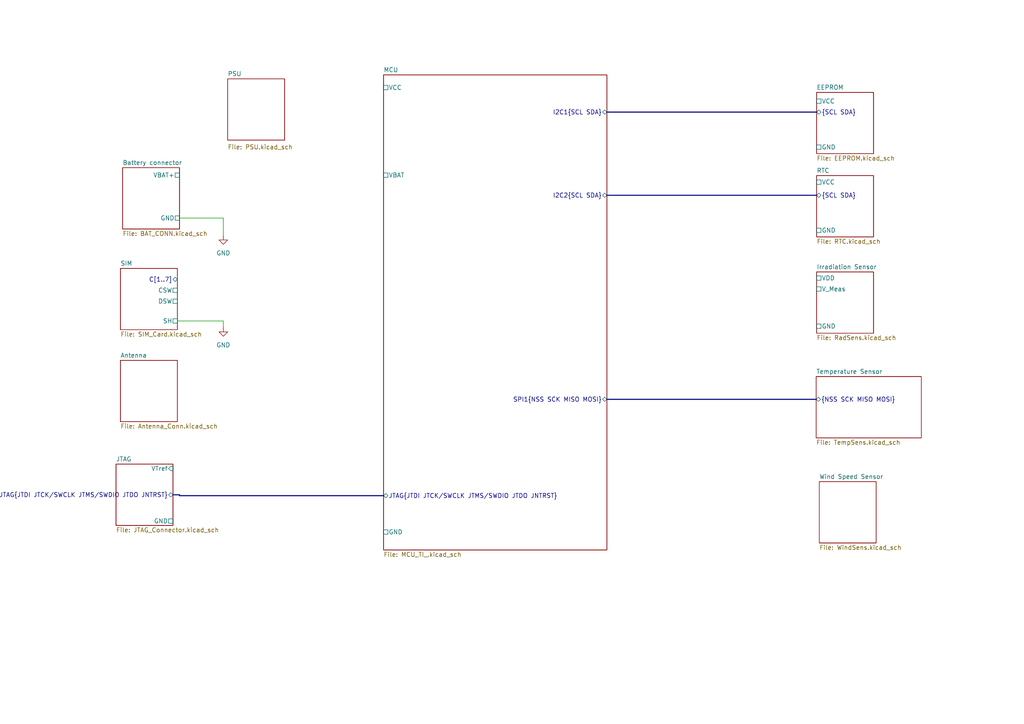
<source format=kicad_sch>
(kicad_sch (version 20230121) (generator eeschema)

  (uuid b43fc418-fc2e-45fe-88c6-05be9d7ccc47)

  (paper "A4")

  (title_block
    (title "NB IoT Wheather Station")
    (date "2024-04-03")
    (rev "0.1")
    (company "Németh Péter Bence")
    (comment 1 "Kandó Kálmán Villamosmérnöki Kar")
    (comment 2 "Óbudai Egyetem")
  )

  (lib_symbols
    (symbol "power:GND" (power) (pin_names (offset 0)) (in_bom yes) (on_board yes)
      (property "Reference" "#PWR" (at 0 -6.35 0)
        (effects (font (size 1.27 1.27)) hide)
      )
      (property "Value" "GND" (at 0 -3.81 0)
        (effects (font (size 1.27 1.27)))
      )
      (property "Footprint" "" (at 0 0 0)
        (effects (font (size 1.27 1.27)) hide)
      )
      (property "Datasheet" "" (at 0 0 0)
        (effects (font (size 1.27 1.27)) hide)
      )
      (property "ki_keywords" "global power" (at 0 0 0)
        (effects (font (size 1.27 1.27)) hide)
      )
      (property "ki_description" "Power symbol creates a global label with name \"GND\" , ground" (at 0 0 0)
        (effects (font (size 1.27 1.27)) hide)
      )
      (symbol "GND_0_1"
        (polyline
          (pts
            (xy 0 0)
            (xy 0 -1.27)
            (xy 1.27 -1.27)
            (xy 0 -2.54)
            (xy -1.27 -1.27)
            (xy 0 -1.27)
          )
          (stroke (width 0) (type default))
          (fill (type none))
        )
      )
      (symbol "GND_1_1"
        (pin power_in line (at 0 0 270) (length 0) hide
          (name "GND" (effects (font (size 1.27 1.27))))
          (number "1" (effects (font (size 1.27 1.27))))
        )
      )
    )
  )


  (bus (pts (xy 50.165 143.51) (xy 52.07 143.51))
    (stroke (width 0) (type default))
    (uuid 03e397ef-a9c2-416e-acb3-7b290a400142)
  )
  (bus (pts (xy 176.022 56.642) (xy 236.855 56.642))
    (stroke (width 0) (type default))
    (uuid 1024b8c9-e91a-415a-8707-e25fd64695c1)
  )
  (bus (pts (xy 52.07 143.51) (xy 52.07 143.764))
    (stroke (width 0) (type default))
    (uuid 1f9187f6-d624-4740-b412-6d22a95e3855)
  )
  (bus (pts (xy 176.022 32.512) (xy 236.855 32.512))
    (stroke (width 0) (type default))
    (uuid 36a83378-13c3-4ad0-a31f-cd36e795ccc9)
  )

  (wire (pts (xy 64.77 63.246) (xy 64.77 68.326))
    (stroke (width 0) (type default))
    (uuid 54c77340-897a-44d9-b10e-086329a8c19c)
  )
  (wire (pts (xy 51.435 93.091) (xy 64.77 93.091))
    (stroke (width 0) (type default))
    (uuid 7db71de2-ef84-4288-997e-28e1ff227767)
  )
  (wire (pts (xy 64.77 93.091) (xy 64.77 94.996))
    (stroke (width 0) (type default))
    (uuid 8370a8a3-ef1d-4a2e-ba88-d77653a59da3)
  )
  (wire (pts (xy 52.07 63.246) (xy 64.77 63.246))
    (stroke (width 0) (type default))
    (uuid 95ac8543-1304-44ab-96e6-dab8f96ce9cf)
  )
  (bus (pts (xy 52.07 143.764) (xy 111.252 143.764))
    (stroke (width 0) (type default))
    (uuid 98f082be-4389-4582-87d8-3eb1699d9133)
  )
  (bus (pts (xy 176.022 115.824) (xy 236.728 115.824))
    (stroke (width 0) (type default))
    (uuid bc5866e2-6d8b-4f71-a893-e3112f258d8a)
  )

  (symbol (lib_id "power:GND") (at 64.77 68.326 0) (unit 1)
    (in_bom yes) (on_board yes) (dnp no) (fields_autoplaced)
    (uuid 3cc86dee-285f-4d35-bebc-f88db43ceef8)
    (property "Reference" "#PWR01" (at 64.77 74.676 0)
      (effects (font (size 1.27 1.27)) hide)
    )
    (property "Value" "GND" (at 64.77 73.406 0)
      (effects (font (size 1.27 1.27)))
    )
    (property "Footprint" "" (at 64.77 68.326 0)
      (effects (font (size 1.27 1.27)) hide)
    )
    (property "Datasheet" "" (at 64.77 68.326 0)
      (effects (font (size 1.27 1.27)) hide)
    )
    (pin "1" (uuid 39f4a907-650a-44a0-8d1d-5257a8783479))
    (instances
      (project "NB_IoT_Wheather"
        (path "/b43fc418-fc2e-45fe-88c6-05be9d7ccc47/c5ec9886-3409-462f-ab3d-3d98bfb83105"
          (reference "#PWR01") (unit 1)
        )
        (path "/b43fc418-fc2e-45fe-88c6-05be9d7ccc47"
          (reference "#PWR01") (unit 1)
        )
      )
    )
  )

  (symbol (lib_id "power:GND") (at 64.77 94.996 0) (unit 1)
    (in_bom yes) (on_board yes) (dnp no) (fields_autoplaced)
    (uuid 581b1235-6ccf-43e8-b868-c68926f5fd33)
    (property "Reference" "#PWR01" (at 64.77 101.346 0)
      (effects (font (size 1.27 1.27)) hide)
    )
    (property "Value" "GND" (at 64.77 100.076 0)
      (effects (font (size 1.27 1.27)))
    )
    (property "Footprint" "" (at 64.77 94.996 0)
      (effects (font (size 1.27 1.27)) hide)
    )
    (property "Datasheet" "" (at 64.77 94.996 0)
      (effects (font (size 1.27 1.27)) hide)
    )
    (pin "1" (uuid e3821479-ee8e-4652-999c-fd5f6a027b6a))
    (instances
      (project "NB_IoT_Wheather"
        (path "/b43fc418-fc2e-45fe-88c6-05be9d7ccc47/c5ec9886-3409-462f-ab3d-3d98bfb83105"
          (reference "#PWR01") (unit 1)
        )
        (path "/b43fc418-fc2e-45fe-88c6-05be9d7ccc47"
          (reference "#PWR02") (unit 1)
        )
      )
    )
  )

  (sheet (at 236.855 50.927) (size 16.51 17.78) (fields_autoplaced)
    (stroke (width 0.1524) (type solid))
    (fill (color 0 0 0 0.0000))
    (uuid 00177b97-a58f-4268-8e18-994467e246e3)
    (property "Sheetname" "RTC" (at 236.855 50.2154 0)
      (effects (font (size 1.27 1.27)) (justify left bottom))
    )
    (property "Sheetfile" "RTC.kicad_sch" (at 236.855 69.2916 0)
      (effects (font (size 1.27 1.27)) (justify left top))
    )
    (property "Field2" "" (at 236.855 50.927 0)
      (effects (font (size 1.27 1.27)) hide)
    )
    (pin "VCC" passive (at 236.855 52.832 180)
      (effects (font (size 1.27 1.27)) (justify left))
      (uuid 5c763692-05f6-4371-88a0-780ae5938abd)
    )
    (pin "GND" passive (at 236.855 66.802 180)
      (effects (font (size 1.27 1.27)) (justify left))
      (uuid 1f13ce87-bd5d-40ed-a9cb-e1e8579f4fbf)
    )
    (pin "{SCL SDA}" bidirectional (at 236.855 56.642 180)
      (effects (font (size 1.27 1.27)) (justify left))
      (uuid 8935dbb1-7553-4df7-b9d7-134c44ee7d54)
    )
    (instances
      (project "NB_IoT_Wheather"
        (path "/b43fc418-fc2e-45fe-88c6-05be9d7ccc47" (page "7"))
      )
    )
  )

  (sheet (at 66.04 22.86) (size 16.51 17.78)
    (stroke (width 0.1524) (type solid))
    (fill (color 0 0 0 0.0000))
    (uuid 15df38e4-b97e-4be3-95d1-308e426f87cf)
    (property "Sheetname" "PSU" (at 66.04 22.1484 0)
      (effects (font (size 1.27 1.27)) (justify left bottom))
    )
    (property "Sheetfile" "PSU.kicad_sch" (at 66.04 41.91 0)
      (effects (font (size 1.27 1.27)) (justify left top))
    )
    (instances
      (project "NB_IoT_Wheather"
        (path "/b43fc418-fc2e-45fe-88c6-05be9d7ccc47" (page "5"))
      )
    )
  )

  (sheet (at 34.925 77.851) (size 16.51 17.78) (fields_autoplaced)
    (stroke (width 0.1524) (type solid))
    (fill (color 0 0 0 0.0000))
    (uuid 16da40bc-0018-4dbc-84ec-9121a23c79de)
    (property "Sheetname" "SIM" (at 34.925 77.1394 0)
      (effects (font (size 1.27 1.27)) (justify left bottom))
    )
    (property "Sheetfile" "SIM_Card.kicad_sch" (at 34.925 96.2156 0)
      (effects (font (size 1.27 1.27)) (justify left top))
    )
    (pin "C[1..7]" bidirectional (at 51.435 81.026 0)
      (effects (font (size 1.27 1.27)) (justify right))
      (uuid 00c05a21-84ab-47a5-9153-6db9ed427d7c)
    )
    (pin "SH" passive (at 51.435 93.091 0)
      (effects (font (size 1.27 1.27)) (justify right))
      (uuid 59a26853-641f-44e1-ac6d-e242faf113aa)
    )
    (pin "CSW" passive (at 51.435 84.201 0)
      (effects (font (size 1.27 1.27)) (justify right))
      (uuid b05724c3-399f-41b0-a8f6-72e021575abf)
    )
    (pin "DSW" passive (at 51.435 87.376 0)
      (effects (font (size 1.27 1.27)) (justify right))
      (uuid a4b83db6-a3a1-4420-941f-a4fc1b1498d3)
    )
    (instances
      (project "NB_IoT_Wheather"
        (path "/b43fc418-fc2e-45fe-88c6-05be9d7ccc47" (page "3"))
      )
    )
  )

  (sheet (at 111.252 21.717) (size 64.77 137.795) (fields_autoplaced)
    (stroke (width 0.1524) (type solid))
    (fill (color 0 0 0 0.0000))
    (uuid 371bf94e-6dc3-46bf-9b62-3758c2522983)
    (property "Sheetname" "MCU" (at 111.252 21.0054 0)
      (effects (font (size 1.27 1.27)) (justify left bottom))
    )
    (property "Sheetfile" "MCU_TI_.kicad_sch" (at 111.252 160.0966 0)
      (effects (font (size 1.27 1.27)) (justify left top))
    )
    (pin "I2C1{SCL SDA}" bidirectional (at 176.022 32.512 0)
      (effects (font (size 1.27 1.27)) (justify right))
      (uuid 4e40d35e-51fc-4abb-ab3d-2db67bf8c031)
    )
    (pin "I2C2{SCL SDA}" bidirectional (at 176.022 56.642 0)
      (effects (font (size 1.27 1.27)) (justify right))
      (uuid 9794c01c-6007-4af0-92f9-4114c50c6365)
    )
    (pin "SPI1{NSS SCK MISO MOSI}" bidirectional (at 176.022 115.824 0)
      (effects (font (size 1.27 1.27)) (justify right))
      (uuid b934eeb6-27aa-4368-90c3-190071d0ece0)
    )
    (pin "JTAG{JTDI JTCK{slash}SWCLK JTMS{slash}SWDIO JTDO JNTRST}" bidirectional (at 111.252 143.764 180)
      (effects (font (size 1.27 1.27)) (justify left))
      (uuid 543c6cf8-d638-44b9-ba10-c2b70f65218d)
    )
    (pin "GND" passive (at 111.252 154.305 180)
      (effects (font (size 1.27 1.27)) (justify left))
      (uuid 11b7a629-ecc9-466c-95b5-81d5da47fbf7)
    )
    (pin "VBAT" passive (at 111.252 50.8 180)
      (effects (font (size 1.27 1.27)) (justify left))
      (uuid 08809468-3c80-4913-abd4-4ed8c80432d5)
    )
    (pin "VCC" passive (at 111.252 25.4 180)
      (effects (font (size 1.27 1.27)) (justify left))
      (uuid ef734d0d-ade2-4494-b8ce-fc49a8b73a73)
    )
    (instances
      (project "NB_IoT_Wheather"
        (path "/b43fc418-fc2e-45fe-88c6-05be9d7ccc47" (page "2"))
      )
    )
  )

  (sheet (at 35.56 48.641) (size 16.51 17.78) (fields_autoplaced)
    (stroke (width 0.1524) (type solid))
    (fill (color 0 0 0 0.0000))
    (uuid 73f4baef-1896-4ffb-a32f-9190ee2787da)
    (property "Sheetname" "Battery connector" (at 35.56 47.9294 0)
      (effects (font (size 1.27 1.27)) (justify left bottom))
    )
    (property "Sheetfile" "BAT_CONN.kicad_sch" (at 35.56 67.0056 0)
      (effects (font (size 1.27 1.27)) (justify left top))
    )
    (pin "GND" passive (at 52.07 63.246 0)
      (effects (font (size 1.27 1.27)) (justify right))
      (uuid 0d6ca120-0bd8-4d35-9b76-f8f752ff7ecd)
    )
    (pin "VBAT+" passive (at 52.07 50.8 0)
      (effects (font (size 1.27 1.27)) (justify right))
      (uuid 7b63dff4-b7c8-4503-8cfc-16bf78f34abb)
    )
    (instances
      (project "NB_IoT_Wheather"
        (path "/b43fc418-fc2e-45fe-88c6-05be9d7ccc47" (page "12"))
      )
    )
  )

  (sheet (at 236.728 109.22) (size 30.48 17.78) (fields_autoplaced)
    (stroke (width 0.1524) (type solid))
    (fill (color 0 0 0 0.0000))
    (uuid 9b8d88fd-ddbf-4142-80dc-e667e9884500)
    (property "Sheetname" "Temperature Sensor" (at 236.728 108.5084 0)
      (effects (font (size 1.27 1.27)) (justify left bottom))
    )
    (property "Sheetfile" "TempSens.kicad_sch" (at 236.728 127.5846 0)
      (effects (font (size 1.27 1.27)) (justify left top))
    )
    (property "Field2" "" (at 236.728 109.22 0)
      (effects (font (size 1.27 1.27)) hide)
    )
    (pin "{NSS SCK MISO MOSI}" bidirectional (at 236.728 115.824 180)
      (effects (font (size 1.27 1.27)) (justify left))
      (uuid 7089d18a-7468-4ce3-ab45-bb7ca302b77a)
    )
    (instances
      (project "NB_IoT_Wheather"
        (path "/b43fc418-fc2e-45fe-88c6-05be9d7ccc47" (page "9"))
      )
    )
  )

  (sheet (at 236.855 78.867) (size 16.51 17.78) (fields_autoplaced)
    (stroke (width 0.1524) (type solid))
    (fill (color 0 0 0 0.0000))
    (uuid b40c203e-a305-41b3-adb5-420bdbaf6b21)
    (property "Sheetname" "Irradiation Sensor" (at 236.855 78.1554 0)
      (effects (font (size 1.27 1.27)) (justify left bottom))
    )
    (property "Sheetfile" "RadSens.kicad_sch" (at 236.855 97.2316 0)
      (effects (font (size 1.27 1.27)) (justify left top))
    )
    (property "Field2" "" (at 236.855 78.867 0)
      (effects (font (size 1.27 1.27)) hide)
    )
    (pin "V_Meas" passive (at 236.855 83.82 180)
      (effects (font (size 1.27 1.27)) (justify left))
      (uuid 2627f1f7-7a93-4abe-8548-53c2b831942b)
    )
    (pin "GND" passive (at 236.855 94.615 180)
      (effects (font (size 1.27 1.27)) (justify left))
      (uuid d344c6f8-d27e-4063-bc6a-64b29bf8ddfb)
    )
    (pin "VDD" passive (at 236.855 80.645 180)
      (effects (font (size 1.27 1.27)) (justify left))
      (uuid 7758515d-42d8-4785-9359-5def35438956)
    )
    (instances
      (project "NB_IoT_Wheather"
        (path "/b43fc418-fc2e-45fe-88c6-05be9d7ccc47" (page "8"))
      )
    )
  )

  (sheet (at 237.617 139.7) (size 16.51 17.78) (fields_autoplaced)
    (stroke (width 0.1524) (type solid))
    (fill (color 0 0 0 0.0000))
    (uuid bce6a592-d72f-4685-abeb-5de1773fe9db)
    (property "Sheetname" "Wind Speed Sensor" (at 237.617 138.9884 0)
      (effects (font (size 1.27 1.27)) (justify left bottom))
    )
    (property "Sheetfile" "WindSens.kicad_sch" (at 237.617 158.0646 0)
      (effects (font (size 1.27 1.27)) (justify left top))
    )
    (property "Field2" "" (at 237.617 139.7 0)
      (effects (font (size 1.27 1.27)) hide)
    )
    (instances
      (project "NB_IoT_Wheather"
        (path "/b43fc418-fc2e-45fe-88c6-05be9d7ccc47" (page "10"))
      )
    )
  )

  (sheet (at 34.925 104.521) (size 16.51 17.78) (fields_autoplaced)
    (stroke (width 0.1524) (type solid))
    (fill (color 0 0 0 0.0000))
    (uuid c2c92d28-d241-4b5d-9de8-ec19aed97720)
    (property "Sheetname" "Antenna" (at 34.925 103.8094 0)
      (effects (font (size 1.27 1.27)) (justify left bottom))
    )
    (property "Sheetfile" "Antenna_Conn.kicad_sch" (at 34.925 122.8856 0)
      (effects (font (size 1.27 1.27)) (justify left top))
    )
    (instances
      (project "NB_IoT_Wheather"
        (path "/b43fc418-fc2e-45fe-88c6-05be9d7ccc47" (page "4"))
      )
    )
  )

  (sheet (at 33.655 134.62) (size 16.51 17.78) (fields_autoplaced)
    (stroke (width 0.1524) (type solid))
    (fill (color 0 0 0 0.0000))
    (uuid c5ec9886-3409-462f-ab3d-3d98bfb83105)
    (property "Sheetname" "JTAG" (at 33.655 133.9084 0)
      (effects (font (size 1.27 1.27)) (justify left bottom))
    )
    (property "Sheetfile" "JTAG_Connector.kicad_sch" (at 33.655 152.9846 0)
      (effects (font (size 1.27 1.27)) (justify left top))
    )
    (pin "VTref" input (at 50.165 135.89 0)
      (effects (font (size 1.27 1.27)) (justify right))
      (uuid bb721755-bc0f-41f5-a291-0f316e3ce2b0)
    )
    (pin "GND" passive (at 50.165 151.13 0)
      (effects (font (size 1.27 1.27)) (justify right))
      (uuid 6dfc6640-2497-4003-9a3a-95c0e1da8069)
    )
    (pin "JTAG{JTDI JTCK{slash}SWCLK JTMS{slash}SWDIO JTDO JNTRST}" bidirectional (at 50.165 143.51 0)
      (effects (font (size 1.27 1.27)) (justify right))
      (uuid 9793b325-805b-4c9b-bc90-e576457661f4)
    )
    (instances
      (project "NB_IoT_Wheather"
        (path "/b43fc418-fc2e-45fe-88c6-05be9d7ccc47" (page "11"))
      )
    )
  )

  (sheet (at 236.855 26.797) (size 16.51 17.78) (fields_autoplaced)
    (stroke (width 0.1524) (type solid))
    (fill (color 0 0 0 0.0000))
    (uuid f75dfb55-7096-4e3e-98c9-e994e6639a36)
    (property "Sheetname" "EEPROM" (at 236.855 26.0854 0)
      (effects (font (size 1.27 1.27)) (justify left bottom))
    )
    (property "Sheetfile" "EEPROM.kicad_sch" (at 236.855 45.1616 0)
      (effects (font (size 1.27 1.27)) (justify left top))
    )
    (property "Field2" "" (at 236.855 26.797 0)
      (effects (font (size 1.27 1.27)) hide)
    )
    (pin "GND" passive (at 236.855 42.672 180)
      (effects (font (size 1.27 1.27)) (justify left))
      (uuid 5d39524c-c4ac-45f1-9448-ba2ea849f702)
    )
    (pin "VCC" passive (at 236.855 29.337 180)
      (effects (font (size 1.27 1.27)) (justify left))
      (uuid e7c527f9-6775-4a8f-ac50-55bce5fe7ec4)
    )
    (pin "{SCL SDA}" bidirectional (at 236.855 32.512 180)
      (effects (font (size 1.27 1.27)) (justify left))
      (uuid 36193628-e009-4f49-8ded-9e09298e4f27)
    )
    (instances
      (project "NB_IoT_Wheather"
        (path "/b43fc418-fc2e-45fe-88c6-05be9d7ccc47" (page "6"))
      )
    )
  )

  (sheet_instances
    (path "/" (page "1"))
  )
)

</source>
